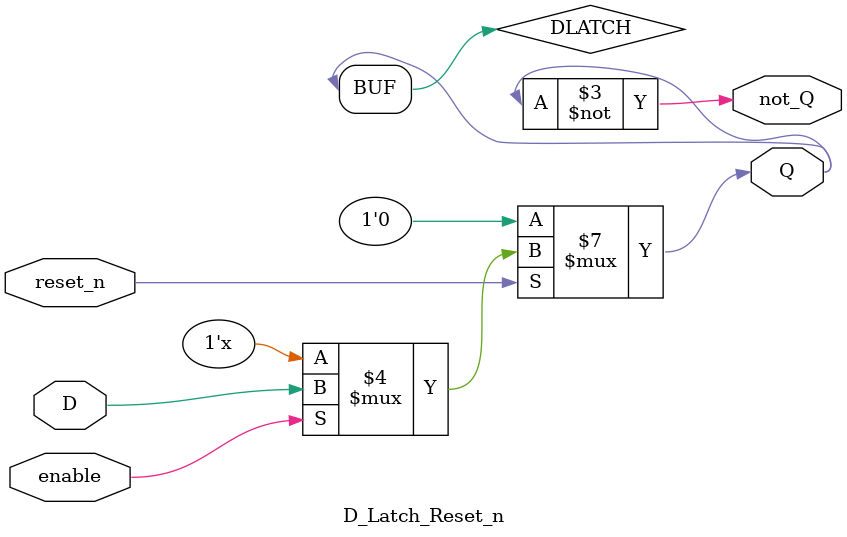
<source format=v>
module D_Latch_Reset_n(
		input D ,
		input enable ,
		input reset_n ,
		output Q ,
		output not_Q
	);
	reg DLATCH ;
	
	always @(enable or D or reset_n) begin
		if(!reset_n)
			DLATCH <= 1'b0;
		else if(enable)
			DLATCH <= D ;
	end

	assign Q = DLATCH ;
	assign not_Q = ~Q ;

endmodule
</source>
